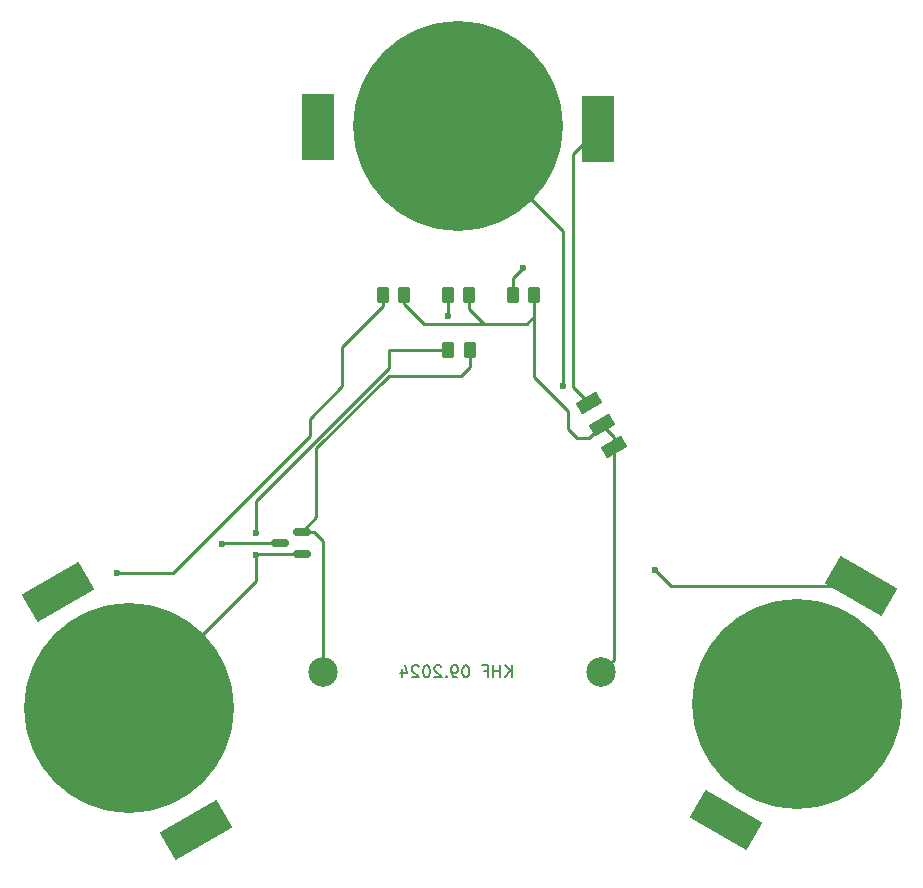
<source format=gbr>
%TF.GenerationSoftware,KiCad,Pcbnew,7.0.8*%
%TF.CreationDate,2024-08-22T12:11:35+02:00*%
%TF.ProjectId,Fidget_Spinner,46696467-6574-45f5-9370-696e6e65722e,rev?*%
%TF.SameCoordinates,Original*%
%TF.FileFunction,Copper,L2,Bot*%
%TF.FilePolarity,Positive*%
%FSLAX46Y46*%
G04 Gerber Fmt 4.6, Leading zero omitted, Abs format (unit mm)*
G04 Created by KiCad (PCBNEW 7.0.8) date 2024-08-22 12:11:35*
%MOMM*%
%LPD*%
G01*
G04 APERTURE LIST*
G04 Aperture macros list*
%AMRoundRect*
0 Rectangle with rounded corners*
0 $1 Rounding radius*
0 $2 $3 $4 $5 $6 $7 $8 $9 X,Y pos of 4 corners*
0 Add a 4 corners polygon primitive as box body*
4,1,4,$2,$3,$4,$5,$6,$7,$8,$9,$2,$3,0*
0 Add four circle primitives for the rounded corners*
1,1,$1+$1,$2,$3*
1,1,$1+$1,$4,$5*
1,1,$1+$1,$6,$7*
1,1,$1+$1,$8,$9*
0 Add four rect primitives between the rounded corners*
20,1,$1+$1,$2,$3,$4,$5,0*
20,1,$1+$1,$4,$5,$6,$7,0*
20,1,$1+$1,$6,$7,$8,$9,0*
20,1,$1+$1,$8,$9,$2,$3,0*%
%AMRotRect*
0 Rectangle, with rotation*
0 The origin of the aperture is its center*
0 $1 length*
0 $2 width*
0 $3 Rotation angle, in degrees counterclockwise*
0 Add horizontal line*
21,1,$1,$2,0,0,$3*%
G04 Aperture macros list end*
%ADD10C,0.150000*%
%TA.AperFunction,NonConductor*%
%ADD11C,0.150000*%
%TD*%
%TA.AperFunction,SMDPad,CuDef*%
%ADD12RotRect,2.696000X5.556000X60.000000*%
%TD*%
%TA.AperFunction,SMDPad,CuDef*%
%ADD13C,17.780000*%
%TD*%
%TA.AperFunction,ComponentPad*%
%ADD14C,2.500000*%
%TD*%
%TA.AperFunction,SMDPad,CuDef*%
%ADD15R,2.696000X5.556000*%
%TD*%
%TA.AperFunction,SMDPad,CuDef*%
%ADD16RotRect,2.696000X5.556000X300.000000*%
%TD*%
%TA.AperFunction,SMDPad,CuDef*%
%ADD17RoundRect,0.250000X0.262500X0.450000X-0.262500X0.450000X-0.262500X-0.450000X0.262500X-0.450000X0*%
%TD*%
%TA.AperFunction,SMDPad,CuDef*%
%ADD18RoundRect,0.150000X0.587500X0.150000X-0.587500X0.150000X-0.587500X-0.150000X0.587500X-0.150000X0*%
%TD*%
%TA.AperFunction,SMDPad,CuDef*%
%ADD19RotRect,1.100000X2.000000X300.000000*%
%TD*%
%TA.AperFunction,ViaPad*%
%ADD20C,0.600000*%
%TD*%
%TA.AperFunction,Conductor*%
%ADD21C,0.250000*%
%TD*%
G04 APERTURE END LIST*
D10*
D11*
X86183220Y-96709819D02*
X86183220Y-95709819D01*
X85611792Y-96709819D02*
X86040363Y-96138390D01*
X85611792Y-95709819D02*
X86183220Y-96281247D01*
X85183220Y-96709819D02*
X85183220Y-95709819D01*
X85183220Y-96186009D02*
X84611792Y-96186009D01*
X84611792Y-96709819D02*
X84611792Y-95709819D01*
X83802268Y-96186009D02*
X84135601Y-96186009D01*
X84135601Y-96709819D02*
X84135601Y-95709819D01*
X84135601Y-95709819D02*
X83659411Y-95709819D01*
X82326077Y-95709819D02*
X82230839Y-95709819D01*
X82230839Y-95709819D02*
X82135601Y-95757438D01*
X82135601Y-95757438D02*
X82087982Y-95805057D01*
X82087982Y-95805057D02*
X82040363Y-95900295D01*
X82040363Y-95900295D02*
X81992744Y-96090771D01*
X81992744Y-96090771D02*
X81992744Y-96328866D01*
X81992744Y-96328866D02*
X82040363Y-96519342D01*
X82040363Y-96519342D02*
X82087982Y-96614580D01*
X82087982Y-96614580D02*
X82135601Y-96662200D01*
X82135601Y-96662200D02*
X82230839Y-96709819D01*
X82230839Y-96709819D02*
X82326077Y-96709819D01*
X82326077Y-96709819D02*
X82421315Y-96662200D01*
X82421315Y-96662200D02*
X82468934Y-96614580D01*
X82468934Y-96614580D02*
X82516553Y-96519342D01*
X82516553Y-96519342D02*
X82564172Y-96328866D01*
X82564172Y-96328866D02*
X82564172Y-96090771D01*
X82564172Y-96090771D02*
X82516553Y-95900295D01*
X82516553Y-95900295D02*
X82468934Y-95805057D01*
X82468934Y-95805057D02*
X82421315Y-95757438D01*
X82421315Y-95757438D02*
X82326077Y-95709819D01*
X81516553Y-96709819D02*
X81326077Y-96709819D01*
X81326077Y-96709819D02*
X81230839Y-96662200D01*
X81230839Y-96662200D02*
X81183220Y-96614580D01*
X81183220Y-96614580D02*
X81087982Y-96471723D01*
X81087982Y-96471723D02*
X81040363Y-96281247D01*
X81040363Y-96281247D02*
X81040363Y-95900295D01*
X81040363Y-95900295D02*
X81087982Y-95805057D01*
X81087982Y-95805057D02*
X81135601Y-95757438D01*
X81135601Y-95757438D02*
X81230839Y-95709819D01*
X81230839Y-95709819D02*
X81421315Y-95709819D01*
X81421315Y-95709819D02*
X81516553Y-95757438D01*
X81516553Y-95757438D02*
X81564172Y-95805057D01*
X81564172Y-95805057D02*
X81611791Y-95900295D01*
X81611791Y-95900295D02*
X81611791Y-96138390D01*
X81611791Y-96138390D02*
X81564172Y-96233628D01*
X81564172Y-96233628D02*
X81516553Y-96281247D01*
X81516553Y-96281247D02*
X81421315Y-96328866D01*
X81421315Y-96328866D02*
X81230839Y-96328866D01*
X81230839Y-96328866D02*
X81135601Y-96281247D01*
X81135601Y-96281247D02*
X81087982Y-96233628D01*
X81087982Y-96233628D02*
X81040363Y-96138390D01*
X80611791Y-96614580D02*
X80564172Y-96662200D01*
X80564172Y-96662200D02*
X80611791Y-96709819D01*
X80611791Y-96709819D02*
X80659410Y-96662200D01*
X80659410Y-96662200D02*
X80611791Y-96614580D01*
X80611791Y-96614580D02*
X80611791Y-96709819D01*
X80183220Y-95805057D02*
X80135601Y-95757438D01*
X80135601Y-95757438D02*
X80040363Y-95709819D01*
X80040363Y-95709819D02*
X79802268Y-95709819D01*
X79802268Y-95709819D02*
X79707030Y-95757438D01*
X79707030Y-95757438D02*
X79659411Y-95805057D01*
X79659411Y-95805057D02*
X79611792Y-95900295D01*
X79611792Y-95900295D02*
X79611792Y-95995533D01*
X79611792Y-95995533D02*
X79659411Y-96138390D01*
X79659411Y-96138390D02*
X80230839Y-96709819D01*
X80230839Y-96709819D02*
X79611792Y-96709819D01*
X78992744Y-95709819D02*
X78897506Y-95709819D01*
X78897506Y-95709819D02*
X78802268Y-95757438D01*
X78802268Y-95757438D02*
X78754649Y-95805057D01*
X78754649Y-95805057D02*
X78707030Y-95900295D01*
X78707030Y-95900295D02*
X78659411Y-96090771D01*
X78659411Y-96090771D02*
X78659411Y-96328866D01*
X78659411Y-96328866D02*
X78707030Y-96519342D01*
X78707030Y-96519342D02*
X78754649Y-96614580D01*
X78754649Y-96614580D02*
X78802268Y-96662200D01*
X78802268Y-96662200D02*
X78897506Y-96709819D01*
X78897506Y-96709819D02*
X78992744Y-96709819D01*
X78992744Y-96709819D02*
X79087982Y-96662200D01*
X79087982Y-96662200D02*
X79135601Y-96614580D01*
X79135601Y-96614580D02*
X79183220Y-96519342D01*
X79183220Y-96519342D02*
X79230839Y-96328866D01*
X79230839Y-96328866D02*
X79230839Y-96090771D01*
X79230839Y-96090771D02*
X79183220Y-95900295D01*
X79183220Y-95900295D02*
X79135601Y-95805057D01*
X79135601Y-95805057D02*
X79087982Y-95757438D01*
X79087982Y-95757438D02*
X78992744Y-95709819D01*
X78278458Y-95805057D02*
X78230839Y-95757438D01*
X78230839Y-95757438D02*
X78135601Y-95709819D01*
X78135601Y-95709819D02*
X77897506Y-95709819D01*
X77897506Y-95709819D02*
X77802268Y-95757438D01*
X77802268Y-95757438D02*
X77754649Y-95805057D01*
X77754649Y-95805057D02*
X77707030Y-95900295D01*
X77707030Y-95900295D02*
X77707030Y-95995533D01*
X77707030Y-95995533D02*
X77754649Y-96138390D01*
X77754649Y-96138390D02*
X78326077Y-96709819D01*
X78326077Y-96709819D02*
X77707030Y-96709819D01*
X76849887Y-96043152D02*
X76849887Y-96709819D01*
X77087982Y-95662200D02*
X77326077Y-96376485D01*
X77326077Y-96376485D02*
X76707030Y-96376485D01*
D12*
%TO.P,U2,1*%
%TO.N,Net-(U1-Pad2)*%
X104330000Y-108770000D03*
X115780000Y-88970000D03*
D13*
%TO.P,U2,2*%
%TO.N,unconnected-(U2-Pad2)*%
X110280000Y-98970000D03*
%TD*%
D14*
%TO.P,S2,1,Silber*%
%TO.N,Net-(S1-E)*%
X93760000Y-96300000D03*
%TO.P,S2,2,Gold*%
%TO.N,Net-(Q1-B)*%
X70210000Y-96250000D03*
%TD*%
D15*
%TO.P,U1,1*%
%TO.N,Net-(S1-A-Pad1)*%
X69800000Y-50150000D03*
X93452000Y-50304000D03*
D13*
%TO.P,U1,2*%
%TO.N,Net-(U1-Pad2)*%
X81650000Y-50050000D03*
%TD*%
D16*
%TO.P,U3,1*%
%TO.N,unconnected-(U3-Pad1)*%
X47790000Y-89520000D03*
X59440000Y-109670000D03*
D13*
%TO.P,U3,2*%
%TO.N,Net-(Q1-E)*%
X53740000Y-99320000D03*
%TD*%
D17*
%TO.P,R3,1*%
%TO.N,Net-(S1-E)*%
X77075000Y-64380000D03*
%TO.P,R3,2*%
%TO.N,Net-(D7-A)*%
X75250000Y-64380000D03*
%TD*%
%TO.P,R4,1*%
%TO.N,Net-(Q1-B)*%
X82622500Y-69040000D03*
%TO.P,R4,2*%
%TO.N,Net-(Q1-E)*%
X80797500Y-69040000D03*
%TD*%
%TO.P,R1,1*%
%TO.N,Net-(S1-E)*%
X88065000Y-64380000D03*
%TO.P,R1,2*%
%TO.N,Net-(D1-A)*%
X86240000Y-64380000D03*
%TD*%
D18*
%TO.P,Q1,1,B*%
%TO.N,Net-(Q1-B)*%
X68380000Y-84400000D03*
%TO.P,Q1,2,E*%
%TO.N,Net-(Q1-E)*%
X68380000Y-86300000D03*
%TO.P,Q1,3,C*%
%TO.N,Net-(D3-K)*%
X66505000Y-85350000D03*
%TD*%
D17*
%TO.P,R2,1*%
%TO.N,Net-(S1-E)*%
X82570000Y-64380000D03*
%TO.P,R2,2*%
%TO.N,Net-(D4-A)*%
X80745000Y-64380000D03*
%TD*%
D19*
%TO.P,S1,1,A*%
%TO.N,Net-(S1-A-Pad1)*%
X92690000Y-73450000D03*
%TO.P,S1,2,E*%
%TO.N,Net-(S1-E)*%
X93790000Y-75350000D03*
%TO.P,S1,3,A*%
X94840000Y-77250000D03*
%TD*%
D20*
%TO.N,Net-(D1-A)*%
X87110000Y-62030000D03*
%TO.N,Net-(D3-K)*%
X61660000Y-85400000D03*
%TO.N,Net-(D4-A)*%
X80790000Y-66080000D03*
%TO.N,Net-(D7-A)*%
X52757841Y-87870000D03*
%TO.N,Net-(Q1-E)*%
X64540000Y-86330000D03*
X64540000Y-84510000D03*
%TO.N,Net-(U1-Pad2)*%
X98300000Y-87610000D03*
X90520000Y-72040000D03*
%TD*%
D21*
%TO.N,Net-(D1-A)*%
X86240000Y-62900000D02*
X86240000Y-64380000D01*
X87110000Y-62030000D02*
X86240000Y-62900000D01*
%TO.N,Net-(D3-K)*%
X66505000Y-85350000D02*
X61710000Y-85350000D01*
X61710000Y-85350000D02*
X61660000Y-85400000D01*
%TO.N,Net-(D4-A)*%
X80790000Y-66080000D02*
X80790000Y-64425000D01*
X80790000Y-64425000D02*
X80745000Y-64380000D01*
%TO.N,Net-(D7-A)*%
X71820000Y-72060000D02*
X69080000Y-74800000D01*
X69080000Y-74800000D02*
X69080000Y-76310000D01*
X75250000Y-65290000D02*
X71820000Y-68720000D01*
X75250000Y-64380000D02*
X75250000Y-65290000D01*
X69080000Y-76310000D02*
X57520000Y-87870000D01*
X71820000Y-68720000D02*
X71820000Y-72060000D01*
X57520000Y-87870000D02*
X52757841Y-87870000D01*
%TO.N,Net-(Q1-B)*%
X82622500Y-69040000D02*
X82622500Y-70437500D01*
X69450000Y-84400000D02*
X70210000Y-85160000D01*
X82622500Y-70437500D02*
X81880000Y-71180000D01*
X70210000Y-85160000D02*
X70210000Y-96250000D01*
X68380000Y-84400000D02*
X69450000Y-84400000D01*
X68380000Y-84400000D02*
X69610000Y-83170000D01*
X69610000Y-83170000D02*
X69610000Y-77310000D01*
X69610000Y-77310000D02*
X75740000Y-71180000D01*
X75740000Y-71180000D02*
X81880000Y-71180000D01*
%TO.N,Net-(Q1-E)*%
X68380000Y-86300000D02*
X64570000Y-86300000D01*
X64540000Y-88520000D02*
X64540000Y-86330000D01*
X80797500Y-69040000D02*
X75780000Y-69040000D01*
X75780000Y-70503604D02*
X64540000Y-81743604D01*
X75780000Y-69040000D02*
X75780000Y-70503604D01*
X53740000Y-99320000D02*
X64540000Y-88520000D01*
X64540000Y-81743604D02*
X64540000Y-84510000D01*
X64570000Y-86300000D02*
X64540000Y-86330000D01*
%TO.N,Net-(S1-E)*%
X82570000Y-65510000D02*
X83850000Y-66790000D01*
X78760000Y-66790000D02*
X83850000Y-66790000D01*
X94840000Y-95220000D02*
X93760000Y-96300000D01*
X87435000Y-66790000D02*
X88065000Y-66160000D01*
X88065000Y-66160000D02*
X88065000Y-71325000D01*
X88065000Y-64380000D02*
X88065000Y-66160000D01*
X77075000Y-65105000D02*
X78760000Y-66790000D01*
X82570000Y-64380000D02*
X82570000Y-65510000D01*
X92690000Y-76450000D02*
X93790000Y-75350000D01*
X94840000Y-76400000D02*
X93790000Y-75350000D01*
X90920000Y-75650000D02*
X91720000Y-76450000D01*
X94840000Y-77250000D02*
X94840000Y-95220000D01*
X94840000Y-77250000D02*
X94840000Y-76400000D01*
X90920000Y-74180000D02*
X90920000Y-75650000D01*
X91720000Y-76450000D02*
X92690000Y-76450000D01*
X88065000Y-71325000D02*
X90920000Y-74180000D01*
X83850000Y-66790000D02*
X87435000Y-66790000D01*
X77075000Y-64380000D02*
X77075000Y-65105000D01*
%TO.N,Net-(S1-A-Pad1)*%
X91350000Y-52406000D02*
X91350000Y-72110000D01*
X91350000Y-72110000D02*
X92690000Y-73450000D01*
X93452000Y-50304000D02*
X91350000Y-52406000D01*
%TO.N,Net-(U1-Pad2)*%
X81650000Y-50050000D02*
X90520000Y-58920000D01*
X99660000Y-88970000D02*
X115780000Y-88970000D01*
X98300000Y-87610000D02*
X99660000Y-88970000D01*
X90520000Y-58920000D02*
X90520000Y-72040000D01*
%TD*%
M02*

</source>
